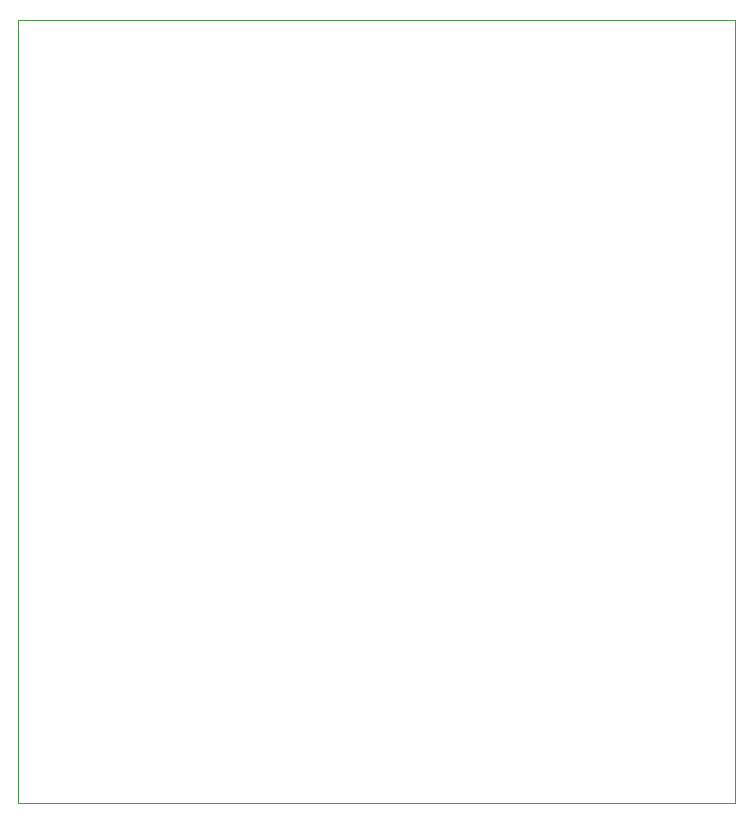
<source format=gbr>
G04 #@! TF.GenerationSoftware,KiCad,Pcbnew,(5.1.2)-1*
G04 #@! TF.CreationDate,2020-09-11T10:58:44-04:00*
G04 #@! TF.ProjectId,Four_Out,466f7572-5f4f-4757-942e-6b696361645f,v2*
G04 #@! TF.SameCoordinates,Original*
G04 #@! TF.FileFunction,Profile,NP*
%FSLAX46Y46*%
G04 Gerber Fmt 4.6, Leading zero omitted, Abs format (unit mm)*
G04 Created by KiCad (PCBNEW (5.1.2)-1) date 2020-09-11 10:58:44*
%MOMM*%
%LPD*%
G04 APERTURE LIST*
%ADD10C,0.050000*%
G04 APERTURE END LIST*
D10*
X67651000Y-87375800D02*
X128357000Y-87375800D01*
X128357000Y-153669800D02*
X128357000Y-87375800D01*
X128357000Y-153669800D02*
X67651000Y-153669800D01*
X67651000Y-87375800D02*
X67651000Y-153669800D01*
M02*

</source>
